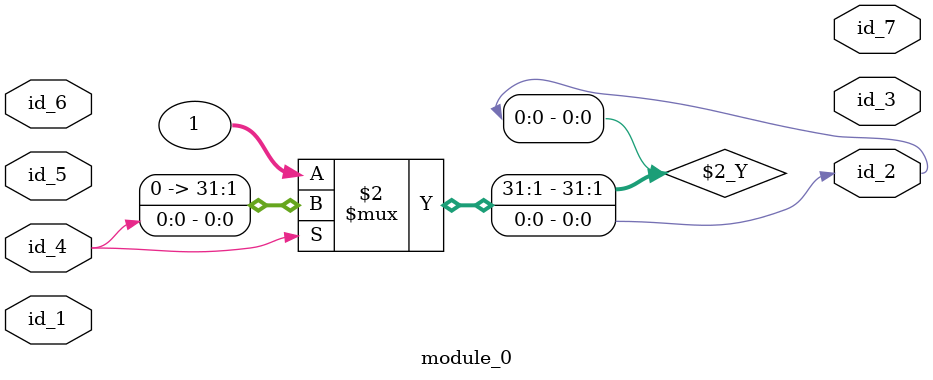
<source format=v>
`timescale 1 ps / 1ps
module module_0 (
    id_1,
    id_2,
    id_3,
    id_4,
    id_5,
    id_6,
    id_7
);
  output id_7;
  input id_6;
  inout id_5;
  inout id_4;
  output id_3;
  output id_2;
  inout id_1;
  assign id_2 = id_4 ? id_4 : (1);
endmodule

</source>
